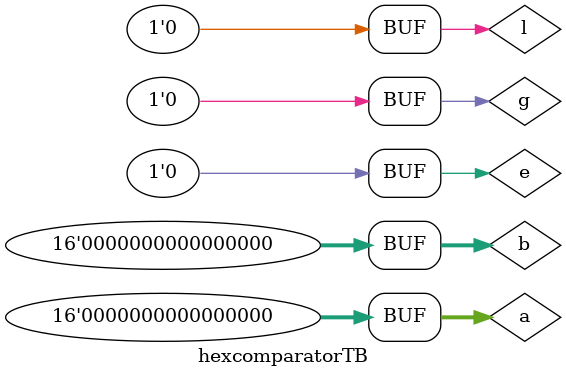
<source format=sv>
module hexcomparatorTB();
  logic [15:0]a,b;
  logic l,e,g;
  wire L,E,G;
  hexcomparator tb(.a(a),.b(b),.l(l),.e(e),.g(g),.L(L),.E(E),.G(G));
  initial begin
    $monitor(a,b,l,e,g,L,E,G);
    a=15'b0;b=15'b0;l=0;e=0;g=0;#59
    e=1;#59
    e=0;#59
    b[5]=1;#59
    b[5]=0;#59
    a[5]=1;#59
    a[5]=0;
  end
endmodule



</source>
